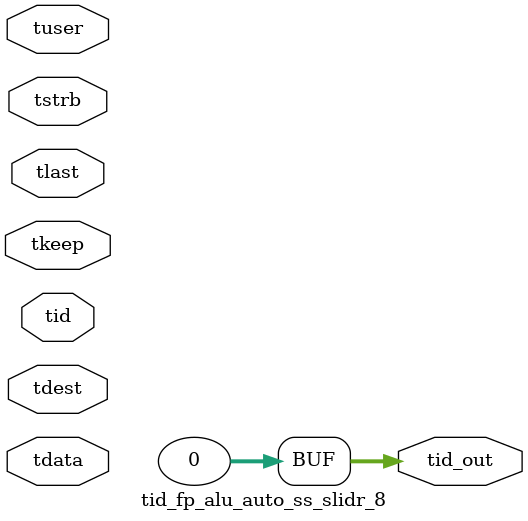
<source format=v>


`timescale 1ps/1ps

module tid_fp_alu_auto_ss_slidr_8 #
(
parameter C_S_AXIS_TID_WIDTH   = 1,
parameter C_S_AXIS_TUSER_WIDTH = 0,
parameter C_S_AXIS_TDATA_WIDTH = 0,
parameter C_S_AXIS_TDEST_WIDTH = 0,
parameter C_M_AXIS_TID_WIDTH   = 32
)
(
input  [(C_S_AXIS_TID_WIDTH   == 0 ? 1 : C_S_AXIS_TID_WIDTH)-1:0       ] tid,
input  [(C_S_AXIS_TDATA_WIDTH == 0 ? 1 : C_S_AXIS_TDATA_WIDTH)-1:0     ] tdata,
input  [(C_S_AXIS_TUSER_WIDTH == 0 ? 1 : C_S_AXIS_TUSER_WIDTH)-1:0     ] tuser,
input  [(C_S_AXIS_TDEST_WIDTH == 0 ? 1 : C_S_AXIS_TDEST_WIDTH)-1:0     ] tdest,
input  [(C_S_AXIS_TDATA_WIDTH/8)-1:0 ] tkeep,
input  [(C_S_AXIS_TDATA_WIDTH/8)-1:0 ] tstrb,
input                                                                    tlast,
output [(C_M_AXIS_TID_WIDTH   == 0 ? 1 : C_M_AXIS_TID_WIDTH)-1:0       ] tid_out
);

assign tid_out = {1'b0};

endmodule


</source>
